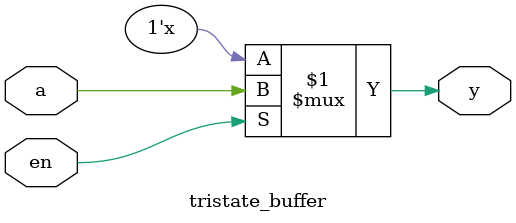
<source format=v>
module tristate_buffer(
input a,
input en, 
output y
);
assign y = en ? a : 1'bz;   
endmodule


/*OUTPUT
meenakshi@meenakshi-Inspiron-3501:~/verilog/tristate_buffer$ vvp tristate_buffer.out
VCD info: dumpfile tristate_buffer.vcd opened for output.
$time=0 ,a=1 en=1 y=1
$time=10 ,a=0 en=1 y=0
$time=20 ,a=0 en=0 y=z
tristate_buffer_tb.v:17: $finish called at 30 (1s)
*/

</source>
